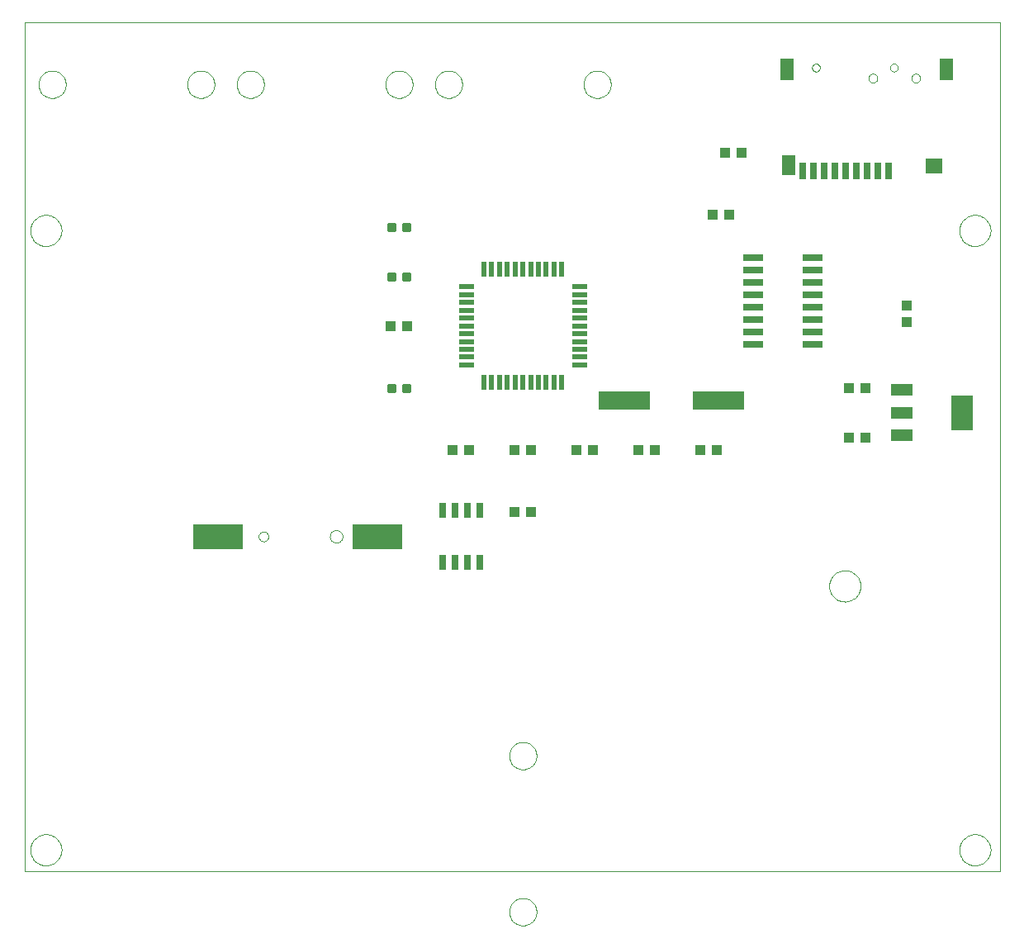
<source format=gbp>
G75*
%MOIN*%
%OFA0B0*%
%FSLAX24Y24*%
%IPPOS*%
%LPD*%
%AMOC8*
5,1,8,0,0,1.08239X$1,22.5*
%
%ADD10C,0.0000*%
%ADD11R,0.0433X0.0394*%
%ADD12C,0.0088*%
%ADD13R,0.0315X0.0709*%
%ADD14R,0.0551X0.0787*%
%ADD15R,0.0551X0.0866*%
%ADD16R,0.0709X0.0630*%
%ADD17R,0.0800X0.0260*%
%ADD18R,0.0880X0.0480*%
%ADD19R,0.0866X0.1417*%
%ADD20R,0.2000X0.1000*%
%ADD21R,0.0250X0.0600*%
%ADD22R,0.0591X0.0197*%
%ADD23R,0.0197X0.0591*%
%ADD24R,0.2100X0.0760*%
%ADD25R,0.0394X0.0433*%
D10*
X008005Y006775D02*
X047375Y006775D01*
X047375Y041025D01*
X008005Y041025D01*
X008005Y006775D01*
X008245Y007625D02*
X008247Y007675D01*
X008253Y007725D01*
X008263Y007774D01*
X008277Y007822D01*
X008294Y007869D01*
X008315Y007914D01*
X008340Y007958D01*
X008368Y007999D01*
X008400Y008038D01*
X008434Y008075D01*
X008471Y008109D01*
X008511Y008139D01*
X008553Y008166D01*
X008597Y008190D01*
X008643Y008211D01*
X008690Y008227D01*
X008738Y008240D01*
X008788Y008249D01*
X008837Y008254D01*
X008888Y008255D01*
X008938Y008252D01*
X008987Y008245D01*
X009036Y008234D01*
X009084Y008219D01*
X009130Y008201D01*
X009175Y008179D01*
X009218Y008153D01*
X009259Y008124D01*
X009298Y008092D01*
X009334Y008057D01*
X009366Y008019D01*
X009396Y007979D01*
X009423Y007936D01*
X009446Y007892D01*
X009465Y007846D01*
X009481Y007798D01*
X009493Y007749D01*
X009501Y007700D01*
X009505Y007650D01*
X009505Y007600D01*
X009501Y007550D01*
X009493Y007501D01*
X009481Y007452D01*
X009465Y007404D01*
X009446Y007358D01*
X009423Y007314D01*
X009396Y007271D01*
X009366Y007231D01*
X009334Y007193D01*
X009298Y007158D01*
X009259Y007126D01*
X009218Y007097D01*
X009175Y007071D01*
X009130Y007049D01*
X009084Y007031D01*
X009036Y007016D01*
X008987Y007005D01*
X008938Y006998D01*
X008888Y006995D01*
X008837Y006996D01*
X008788Y007001D01*
X008738Y007010D01*
X008690Y007023D01*
X008643Y007039D01*
X008597Y007060D01*
X008553Y007084D01*
X008511Y007111D01*
X008471Y007141D01*
X008434Y007175D01*
X008400Y007212D01*
X008368Y007251D01*
X008340Y007292D01*
X008315Y007336D01*
X008294Y007381D01*
X008277Y007428D01*
X008263Y007476D01*
X008253Y007525D01*
X008247Y007575D01*
X008245Y007625D01*
X017461Y020275D02*
X017463Y020302D01*
X017469Y020329D01*
X017478Y020355D01*
X017491Y020379D01*
X017507Y020402D01*
X017526Y020421D01*
X017548Y020438D01*
X017572Y020452D01*
X017597Y020462D01*
X017624Y020469D01*
X017651Y020472D01*
X017679Y020471D01*
X017706Y020466D01*
X017732Y020458D01*
X017756Y020446D01*
X017779Y020430D01*
X017800Y020412D01*
X017817Y020391D01*
X017832Y020367D01*
X017843Y020342D01*
X017851Y020316D01*
X017855Y020289D01*
X017855Y020261D01*
X017851Y020234D01*
X017843Y020208D01*
X017832Y020183D01*
X017817Y020159D01*
X017800Y020138D01*
X017779Y020120D01*
X017757Y020104D01*
X017732Y020092D01*
X017706Y020084D01*
X017679Y020079D01*
X017651Y020078D01*
X017624Y020081D01*
X017597Y020088D01*
X017572Y020098D01*
X017548Y020112D01*
X017526Y020129D01*
X017507Y020148D01*
X017491Y020171D01*
X017478Y020195D01*
X017469Y020221D01*
X017463Y020248D01*
X017461Y020275D01*
X020336Y020275D02*
X020338Y020306D01*
X020344Y020337D01*
X020353Y020367D01*
X020366Y020396D01*
X020383Y020423D01*
X020403Y020447D01*
X020425Y020469D01*
X020451Y020488D01*
X020478Y020504D01*
X020507Y020516D01*
X020537Y020525D01*
X020568Y020530D01*
X020600Y020531D01*
X020631Y020528D01*
X020662Y020521D01*
X020692Y020511D01*
X020720Y020497D01*
X020746Y020479D01*
X020770Y020459D01*
X020791Y020435D01*
X020810Y020410D01*
X020825Y020382D01*
X020836Y020353D01*
X020844Y020322D01*
X020848Y020291D01*
X020848Y020259D01*
X020844Y020228D01*
X020836Y020197D01*
X020825Y020168D01*
X020810Y020140D01*
X020791Y020115D01*
X020770Y020091D01*
X020746Y020071D01*
X020720Y020053D01*
X020692Y020039D01*
X020662Y020029D01*
X020631Y020022D01*
X020600Y020019D01*
X020568Y020020D01*
X020537Y020025D01*
X020507Y020034D01*
X020478Y020046D01*
X020451Y020062D01*
X020425Y020081D01*
X020403Y020103D01*
X020383Y020127D01*
X020366Y020154D01*
X020353Y020183D01*
X020344Y020213D01*
X020338Y020244D01*
X020336Y020275D01*
X027574Y011425D02*
X027576Y011472D01*
X027582Y011518D01*
X027592Y011564D01*
X027605Y011609D01*
X027623Y011652D01*
X027644Y011694D01*
X027668Y011734D01*
X027696Y011771D01*
X027727Y011806D01*
X027761Y011839D01*
X027797Y011868D01*
X027836Y011894D01*
X027877Y011917D01*
X027920Y011936D01*
X027964Y011952D01*
X028009Y011964D01*
X028055Y011972D01*
X028102Y011976D01*
X028148Y011976D01*
X028195Y011972D01*
X028241Y011964D01*
X028286Y011952D01*
X028330Y011936D01*
X028373Y011917D01*
X028414Y011894D01*
X028453Y011868D01*
X028489Y011839D01*
X028523Y011806D01*
X028554Y011771D01*
X028582Y011734D01*
X028606Y011694D01*
X028627Y011652D01*
X028645Y011609D01*
X028658Y011564D01*
X028668Y011518D01*
X028674Y011472D01*
X028676Y011425D01*
X028674Y011378D01*
X028668Y011332D01*
X028658Y011286D01*
X028645Y011241D01*
X028627Y011198D01*
X028606Y011156D01*
X028582Y011116D01*
X028554Y011079D01*
X028523Y011044D01*
X028489Y011011D01*
X028453Y010982D01*
X028414Y010956D01*
X028373Y010933D01*
X028330Y010914D01*
X028286Y010898D01*
X028241Y010886D01*
X028195Y010878D01*
X028148Y010874D01*
X028102Y010874D01*
X028055Y010878D01*
X028009Y010886D01*
X027964Y010898D01*
X027920Y010914D01*
X027877Y010933D01*
X027836Y010956D01*
X027797Y010982D01*
X027761Y011011D01*
X027727Y011044D01*
X027696Y011079D01*
X027668Y011116D01*
X027644Y011156D01*
X027623Y011198D01*
X027605Y011241D01*
X027592Y011286D01*
X027582Y011332D01*
X027576Y011378D01*
X027574Y011425D01*
X027574Y005125D02*
X027576Y005172D01*
X027582Y005218D01*
X027592Y005264D01*
X027605Y005309D01*
X027623Y005352D01*
X027644Y005394D01*
X027668Y005434D01*
X027696Y005471D01*
X027727Y005506D01*
X027761Y005539D01*
X027797Y005568D01*
X027836Y005594D01*
X027877Y005617D01*
X027920Y005636D01*
X027964Y005652D01*
X028009Y005664D01*
X028055Y005672D01*
X028102Y005676D01*
X028148Y005676D01*
X028195Y005672D01*
X028241Y005664D01*
X028286Y005652D01*
X028330Y005636D01*
X028373Y005617D01*
X028414Y005594D01*
X028453Y005568D01*
X028489Y005539D01*
X028523Y005506D01*
X028554Y005471D01*
X028582Y005434D01*
X028606Y005394D01*
X028627Y005352D01*
X028645Y005309D01*
X028658Y005264D01*
X028668Y005218D01*
X028674Y005172D01*
X028676Y005125D01*
X028674Y005078D01*
X028668Y005032D01*
X028658Y004986D01*
X028645Y004941D01*
X028627Y004898D01*
X028606Y004856D01*
X028582Y004816D01*
X028554Y004779D01*
X028523Y004744D01*
X028489Y004711D01*
X028453Y004682D01*
X028414Y004656D01*
X028373Y004633D01*
X028330Y004614D01*
X028286Y004598D01*
X028241Y004586D01*
X028195Y004578D01*
X028148Y004574D01*
X028102Y004574D01*
X028055Y004578D01*
X028009Y004586D01*
X027964Y004598D01*
X027920Y004614D01*
X027877Y004633D01*
X027836Y004656D01*
X027797Y004682D01*
X027761Y004711D01*
X027727Y004744D01*
X027696Y004779D01*
X027668Y004816D01*
X027644Y004856D01*
X027623Y004898D01*
X027605Y004941D01*
X027592Y004986D01*
X027582Y005032D01*
X027576Y005078D01*
X027574Y005125D01*
X040495Y018275D02*
X040497Y018325D01*
X040503Y018375D01*
X040513Y018424D01*
X040527Y018472D01*
X040544Y018519D01*
X040565Y018564D01*
X040590Y018608D01*
X040618Y018649D01*
X040650Y018688D01*
X040684Y018725D01*
X040721Y018759D01*
X040761Y018789D01*
X040803Y018816D01*
X040847Y018840D01*
X040893Y018861D01*
X040940Y018877D01*
X040988Y018890D01*
X041038Y018899D01*
X041087Y018904D01*
X041138Y018905D01*
X041188Y018902D01*
X041237Y018895D01*
X041286Y018884D01*
X041334Y018869D01*
X041380Y018851D01*
X041425Y018829D01*
X041468Y018803D01*
X041509Y018774D01*
X041548Y018742D01*
X041584Y018707D01*
X041616Y018669D01*
X041646Y018629D01*
X041673Y018586D01*
X041696Y018542D01*
X041715Y018496D01*
X041731Y018448D01*
X041743Y018399D01*
X041751Y018350D01*
X041755Y018300D01*
X041755Y018250D01*
X041751Y018200D01*
X041743Y018151D01*
X041731Y018102D01*
X041715Y018054D01*
X041696Y018008D01*
X041673Y017964D01*
X041646Y017921D01*
X041616Y017881D01*
X041584Y017843D01*
X041548Y017808D01*
X041509Y017776D01*
X041468Y017747D01*
X041425Y017721D01*
X041380Y017699D01*
X041334Y017681D01*
X041286Y017666D01*
X041237Y017655D01*
X041188Y017648D01*
X041138Y017645D01*
X041087Y017646D01*
X041038Y017651D01*
X040988Y017660D01*
X040940Y017673D01*
X040893Y017689D01*
X040847Y017710D01*
X040803Y017734D01*
X040761Y017761D01*
X040721Y017791D01*
X040684Y017825D01*
X040650Y017862D01*
X040618Y017901D01*
X040590Y017942D01*
X040565Y017986D01*
X040544Y018031D01*
X040527Y018078D01*
X040513Y018126D01*
X040503Y018175D01*
X040497Y018225D01*
X040495Y018275D01*
X045745Y007625D02*
X045747Y007675D01*
X045753Y007725D01*
X045763Y007774D01*
X045777Y007822D01*
X045794Y007869D01*
X045815Y007914D01*
X045840Y007958D01*
X045868Y007999D01*
X045900Y008038D01*
X045934Y008075D01*
X045971Y008109D01*
X046011Y008139D01*
X046053Y008166D01*
X046097Y008190D01*
X046143Y008211D01*
X046190Y008227D01*
X046238Y008240D01*
X046288Y008249D01*
X046337Y008254D01*
X046388Y008255D01*
X046438Y008252D01*
X046487Y008245D01*
X046536Y008234D01*
X046584Y008219D01*
X046630Y008201D01*
X046675Y008179D01*
X046718Y008153D01*
X046759Y008124D01*
X046798Y008092D01*
X046834Y008057D01*
X046866Y008019D01*
X046896Y007979D01*
X046923Y007936D01*
X046946Y007892D01*
X046965Y007846D01*
X046981Y007798D01*
X046993Y007749D01*
X047001Y007700D01*
X047005Y007650D01*
X047005Y007600D01*
X047001Y007550D01*
X046993Y007501D01*
X046981Y007452D01*
X046965Y007404D01*
X046946Y007358D01*
X046923Y007314D01*
X046896Y007271D01*
X046866Y007231D01*
X046834Y007193D01*
X046798Y007158D01*
X046759Y007126D01*
X046718Y007097D01*
X046675Y007071D01*
X046630Y007049D01*
X046584Y007031D01*
X046536Y007016D01*
X046487Y007005D01*
X046438Y006998D01*
X046388Y006995D01*
X046337Y006996D01*
X046288Y007001D01*
X046238Y007010D01*
X046190Y007023D01*
X046143Y007039D01*
X046097Y007060D01*
X046053Y007084D01*
X046011Y007111D01*
X045971Y007141D01*
X045934Y007175D01*
X045900Y007212D01*
X045868Y007251D01*
X045840Y007292D01*
X045815Y007336D01*
X045794Y007381D01*
X045777Y007428D01*
X045763Y007476D01*
X045753Y007525D01*
X045747Y007575D01*
X045745Y007625D01*
X045745Y032625D02*
X045747Y032675D01*
X045753Y032725D01*
X045763Y032774D01*
X045777Y032822D01*
X045794Y032869D01*
X045815Y032914D01*
X045840Y032958D01*
X045868Y032999D01*
X045900Y033038D01*
X045934Y033075D01*
X045971Y033109D01*
X046011Y033139D01*
X046053Y033166D01*
X046097Y033190D01*
X046143Y033211D01*
X046190Y033227D01*
X046238Y033240D01*
X046288Y033249D01*
X046337Y033254D01*
X046388Y033255D01*
X046438Y033252D01*
X046487Y033245D01*
X046536Y033234D01*
X046584Y033219D01*
X046630Y033201D01*
X046675Y033179D01*
X046718Y033153D01*
X046759Y033124D01*
X046798Y033092D01*
X046834Y033057D01*
X046866Y033019D01*
X046896Y032979D01*
X046923Y032936D01*
X046946Y032892D01*
X046965Y032846D01*
X046981Y032798D01*
X046993Y032749D01*
X047001Y032700D01*
X047005Y032650D01*
X047005Y032600D01*
X047001Y032550D01*
X046993Y032501D01*
X046981Y032452D01*
X046965Y032404D01*
X046946Y032358D01*
X046923Y032314D01*
X046896Y032271D01*
X046866Y032231D01*
X046834Y032193D01*
X046798Y032158D01*
X046759Y032126D01*
X046718Y032097D01*
X046675Y032071D01*
X046630Y032049D01*
X046584Y032031D01*
X046536Y032016D01*
X046487Y032005D01*
X046438Y031998D01*
X046388Y031995D01*
X046337Y031996D01*
X046288Y032001D01*
X046238Y032010D01*
X046190Y032023D01*
X046143Y032039D01*
X046097Y032060D01*
X046053Y032084D01*
X046011Y032111D01*
X045971Y032141D01*
X045934Y032175D01*
X045900Y032212D01*
X045868Y032251D01*
X045840Y032292D01*
X045815Y032336D01*
X045794Y032381D01*
X045777Y032428D01*
X045763Y032476D01*
X045753Y032525D01*
X045747Y032575D01*
X045745Y032625D01*
X043814Y038775D02*
X043816Y038801D01*
X043822Y038827D01*
X043832Y038852D01*
X043845Y038875D01*
X043861Y038895D01*
X043881Y038913D01*
X043903Y038928D01*
X043926Y038940D01*
X043952Y038948D01*
X043978Y038952D01*
X044004Y038952D01*
X044030Y038948D01*
X044056Y038940D01*
X044080Y038928D01*
X044101Y038913D01*
X044121Y038895D01*
X044137Y038875D01*
X044150Y038852D01*
X044160Y038827D01*
X044166Y038801D01*
X044168Y038775D01*
X044166Y038749D01*
X044160Y038723D01*
X044150Y038698D01*
X044137Y038675D01*
X044121Y038655D01*
X044101Y038637D01*
X044079Y038622D01*
X044056Y038610D01*
X044030Y038602D01*
X044004Y038598D01*
X043978Y038598D01*
X043952Y038602D01*
X043926Y038610D01*
X043902Y038622D01*
X043881Y038637D01*
X043861Y038655D01*
X043845Y038675D01*
X043832Y038698D01*
X043822Y038723D01*
X043816Y038749D01*
X043814Y038775D01*
X042950Y039198D02*
X042952Y039223D01*
X042958Y039247D01*
X042967Y039269D01*
X042980Y039290D01*
X042996Y039309D01*
X043015Y039325D01*
X043036Y039338D01*
X043058Y039347D01*
X043082Y039353D01*
X043107Y039355D01*
X043132Y039353D01*
X043156Y039347D01*
X043178Y039338D01*
X043199Y039325D01*
X043218Y039309D01*
X043234Y039290D01*
X043247Y039269D01*
X043256Y039247D01*
X043262Y039223D01*
X043264Y039198D01*
X043262Y039173D01*
X043256Y039149D01*
X043247Y039127D01*
X043234Y039106D01*
X043218Y039087D01*
X043199Y039071D01*
X043178Y039058D01*
X043156Y039049D01*
X043132Y039043D01*
X043107Y039041D01*
X043082Y039043D01*
X043058Y039049D01*
X043036Y039058D01*
X043015Y039071D01*
X042996Y039087D01*
X042980Y039106D01*
X042967Y039127D01*
X042958Y039149D01*
X042952Y039173D01*
X042950Y039198D01*
X042082Y038775D02*
X042084Y038801D01*
X042090Y038827D01*
X042100Y038852D01*
X042113Y038875D01*
X042129Y038895D01*
X042149Y038913D01*
X042171Y038928D01*
X042194Y038940D01*
X042220Y038948D01*
X042246Y038952D01*
X042272Y038952D01*
X042298Y038948D01*
X042324Y038940D01*
X042348Y038928D01*
X042369Y038913D01*
X042389Y038895D01*
X042405Y038875D01*
X042418Y038852D01*
X042428Y038827D01*
X042434Y038801D01*
X042436Y038775D01*
X042434Y038749D01*
X042428Y038723D01*
X042418Y038698D01*
X042405Y038675D01*
X042389Y038655D01*
X042369Y038637D01*
X042347Y038622D01*
X042324Y038610D01*
X042298Y038602D01*
X042272Y038598D01*
X042246Y038598D01*
X042220Y038602D01*
X042194Y038610D01*
X042170Y038622D01*
X042149Y038637D01*
X042129Y038655D01*
X042113Y038675D01*
X042100Y038698D01*
X042090Y038723D01*
X042084Y038749D01*
X042082Y038775D01*
X039801Y039198D02*
X039803Y039223D01*
X039809Y039247D01*
X039818Y039269D01*
X039831Y039290D01*
X039847Y039309D01*
X039866Y039325D01*
X039887Y039338D01*
X039909Y039347D01*
X039933Y039353D01*
X039958Y039355D01*
X039983Y039353D01*
X040007Y039347D01*
X040029Y039338D01*
X040050Y039325D01*
X040069Y039309D01*
X040085Y039290D01*
X040098Y039269D01*
X040107Y039247D01*
X040113Y039223D01*
X040115Y039198D01*
X040113Y039173D01*
X040107Y039149D01*
X040098Y039127D01*
X040085Y039106D01*
X040069Y039087D01*
X040050Y039071D01*
X040029Y039058D01*
X040007Y039049D01*
X039983Y039043D01*
X039958Y039041D01*
X039933Y039043D01*
X039909Y039049D01*
X039887Y039058D01*
X039866Y039071D01*
X039847Y039087D01*
X039831Y039106D01*
X039818Y039127D01*
X039809Y039149D01*
X039803Y039173D01*
X039801Y039198D01*
X030575Y038525D02*
X030577Y038572D01*
X030583Y038618D01*
X030593Y038664D01*
X030606Y038708D01*
X030624Y038752D01*
X030645Y038793D01*
X030669Y038833D01*
X030697Y038871D01*
X030728Y038906D01*
X030762Y038938D01*
X030798Y038967D01*
X030837Y038993D01*
X030877Y039016D01*
X030920Y039035D01*
X030964Y039051D01*
X031009Y039063D01*
X031055Y039071D01*
X031102Y039075D01*
X031148Y039075D01*
X031195Y039071D01*
X031241Y039063D01*
X031286Y039051D01*
X031330Y039035D01*
X031373Y039016D01*
X031413Y038993D01*
X031452Y038967D01*
X031488Y038938D01*
X031522Y038906D01*
X031553Y038871D01*
X031581Y038833D01*
X031605Y038793D01*
X031626Y038752D01*
X031644Y038708D01*
X031657Y038664D01*
X031667Y038618D01*
X031673Y038572D01*
X031675Y038525D01*
X031673Y038478D01*
X031667Y038432D01*
X031657Y038386D01*
X031644Y038342D01*
X031626Y038298D01*
X031605Y038257D01*
X031581Y038217D01*
X031553Y038179D01*
X031522Y038144D01*
X031488Y038112D01*
X031452Y038083D01*
X031413Y038057D01*
X031373Y038034D01*
X031330Y038015D01*
X031286Y037999D01*
X031241Y037987D01*
X031195Y037979D01*
X031148Y037975D01*
X031102Y037975D01*
X031055Y037979D01*
X031009Y037987D01*
X030964Y037999D01*
X030920Y038015D01*
X030877Y038034D01*
X030837Y038057D01*
X030798Y038083D01*
X030762Y038112D01*
X030728Y038144D01*
X030697Y038179D01*
X030669Y038217D01*
X030645Y038257D01*
X030624Y038298D01*
X030606Y038342D01*
X030593Y038386D01*
X030583Y038432D01*
X030577Y038478D01*
X030575Y038525D01*
X024575Y038525D02*
X024577Y038572D01*
X024583Y038618D01*
X024593Y038664D01*
X024606Y038708D01*
X024624Y038752D01*
X024645Y038793D01*
X024669Y038833D01*
X024697Y038871D01*
X024728Y038906D01*
X024762Y038938D01*
X024798Y038967D01*
X024837Y038993D01*
X024877Y039016D01*
X024920Y039035D01*
X024964Y039051D01*
X025009Y039063D01*
X025055Y039071D01*
X025102Y039075D01*
X025148Y039075D01*
X025195Y039071D01*
X025241Y039063D01*
X025286Y039051D01*
X025330Y039035D01*
X025373Y039016D01*
X025413Y038993D01*
X025452Y038967D01*
X025488Y038938D01*
X025522Y038906D01*
X025553Y038871D01*
X025581Y038833D01*
X025605Y038793D01*
X025626Y038752D01*
X025644Y038708D01*
X025657Y038664D01*
X025667Y038618D01*
X025673Y038572D01*
X025675Y038525D01*
X025673Y038478D01*
X025667Y038432D01*
X025657Y038386D01*
X025644Y038342D01*
X025626Y038298D01*
X025605Y038257D01*
X025581Y038217D01*
X025553Y038179D01*
X025522Y038144D01*
X025488Y038112D01*
X025452Y038083D01*
X025413Y038057D01*
X025373Y038034D01*
X025330Y038015D01*
X025286Y037999D01*
X025241Y037987D01*
X025195Y037979D01*
X025148Y037975D01*
X025102Y037975D01*
X025055Y037979D01*
X025009Y037987D01*
X024964Y037999D01*
X024920Y038015D01*
X024877Y038034D01*
X024837Y038057D01*
X024798Y038083D01*
X024762Y038112D01*
X024728Y038144D01*
X024697Y038179D01*
X024669Y038217D01*
X024645Y038257D01*
X024624Y038298D01*
X024606Y038342D01*
X024593Y038386D01*
X024583Y038432D01*
X024577Y038478D01*
X024575Y038525D01*
X022575Y038525D02*
X022577Y038572D01*
X022583Y038618D01*
X022593Y038664D01*
X022606Y038708D01*
X022624Y038752D01*
X022645Y038793D01*
X022669Y038833D01*
X022697Y038871D01*
X022728Y038906D01*
X022762Y038938D01*
X022798Y038967D01*
X022837Y038993D01*
X022877Y039016D01*
X022920Y039035D01*
X022964Y039051D01*
X023009Y039063D01*
X023055Y039071D01*
X023102Y039075D01*
X023148Y039075D01*
X023195Y039071D01*
X023241Y039063D01*
X023286Y039051D01*
X023330Y039035D01*
X023373Y039016D01*
X023413Y038993D01*
X023452Y038967D01*
X023488Y038938D01*
X023522Y038906D01*
X023553Y038871D01*
X023581Y038833D01*
X023605Y038793D01*
X023626Y038752D01*
X023644Y038708D01*
X023657Y038664D01*
X023667Y038618D01*
X023673Y038572D01*
X023675Y038525D01*
X023673Y038478D01*
X023667Y038432D01*
X023657Y038386D01*
X023644Y038342D01*
X023626Y038298D01*
X023605Y038257D01*
X023581Y038217D01*
X023553Y038179D01*
X023522Y038144D01*
X023488Y038112D01*
X023452Y038083D01*
X023413Y038057D01*
X023373Y038034D01*
X023330Y038015D01*
X023286Y037999D01*
X023241Y037987D01*
X023195Y037979D01*
X023148Y037975D01*
X023102Y037975D01*
X023055Y037979D01*
X023009Y037987D01*
X022964Y037999D01*
X022920Y038015D01*
X022877Y038034D01*
X022837Y038057D01*
X022798Y038083D01*
X022762Y038112D01*
X022728Y038144D01*
X022697Y038179D01*
X022669Y038217D01*
X022645Y038257D01*
X022624Y038298D01*
X022606Y038342D01*
X022593Y038386D01*
X022583Y038432D01*
X022577Y038478D01*
X022575Y038525D01*
X016575Y038525D02*
X016577Y038572D01*
X016583Y038618D01*
X016593Y038664D01*
X016606Y038708D01*
X016624Y038752D01*
X016645Y038793D01*
X016669Y038833D01*
X016697Y038871D01*
X016728Y038906D01*
X016762Y038938D01*
X016798Y038967D01*
X016837Y038993D01*
X016877Y039016D01*
X016920Y039035D01*
X016964Y039051D01*
X017009Y039063D01*
X017055Y039071D01*
X017102Y039075D01*
X017148Y039075D01*
X017195Y039071D01*
X017241Y039063D01*
X017286Y039051D01*
X017330Y039035D01*
X017373Y039016D01*
X017413Y038993D01*
X017452Y038967D01*
X017488Y038938D01*
X017522Y038906D01*
X017553Y038871D01*
X017581Y038833D01*
X017605Y038793D01*
X017626Y038752D01*
X017644Y038708D01*
X017657Y038664D01*
X017667Y038618D01*
X017673Y038572D01*
X017675Y038525D01*
X017673Y038478D01*
X017667Y038432D01*
X017657Y038386D01*
X017644Y038342D01*
X017626Y038298D01*
X017605Y038257D01*
X017581Y038217D01*
X017553Y038179D01*
X017522Y038144D01*
X017488Y038112D01*
X017452Y038083D01*
X017413Y038057D01*
X017373Y038034D01*
X017330Y038015D01*
X017286Y037999D01*
X017241Y037987D01*
X017195Y037979D01*
X017148Y037975D01*
X017102Y037975D01*
X017055Y037979D01*
X017009Y037987D01*
X016964Y037999D01*
X016920Y038015D01*
X016877Y038034D01*
X016837Y038057D01*
X016798Y038083D01*
X016762Y038112D01*
X016728Y038144D01*
X016697Y038179D01*
X016669Y038217D01*
X016645Y038257D01*
X016624Y038298D01*
X016606Y038342D01*
X016593Y038386D01*
X016583Y038432D01*
X016577Y038478D01*
X016575Y038525D01*
X014575Y038525D02*
X014577Y038572D01*
X014583Y038618D01*
X014593Y038664D01*
X014606Y038708D01*
X014624Y038752D01*
X014645Y038793D01*
X014669Y038833D01*
X014697Y038871D01*
X014728Y038906D01*
X014762Y038938D01*
X014798Y038967D01*
X014837Y038993D01*
X014877Y039016D01*
X014920Y039035D01*
X014964Y039051D01*
X015009Y039063D01*
X015055Y039071D01*
X015102Y039075D01*
X015148Y039075D01*
X015195Y039071D01*
X015241Y039063D01*
X015286Y039051D01*
X015330Y039035D01*
X015373Y039016D01*
X015413Y038993D01*
X015452Y038967D01*
X015488Y038938D01*
X015522Y038906D01*
X015553Y038871D01*
X015581Y038833D01*
X015605Y038793D01*
X015626Y038752D01*
X015644Y038708D01*
X015657Y038664D01*
X015667Y038618D01*
X015673Y038572D01*
X015675Y038525D01*
X015673Y038478D01*
X015667Y038432D01*
X015657Y038386D01*
X015644Y038342D01*
X015626Y038298D01*
X015605Y038257D01*
X015581Y038217D01*
X015553Y038179D01*
X015522Y038144D01*
X015488Y038112D01*
X015452Y038083D01*
X015413Y038057D01*
X015373Y038034D01*
X015330Y038015D01*
X015286Y037999D01*
X015241Y037987D01*
X015195Y037979D01*
X015148Y037975D01*
X015102Y037975D01*
X015055Y037979D01*
X015009Y037987D01*
X014964Y037999D01*
X014920Y038015D01*
X014877Y038034D01*
X014837Y038057D01*
X014798Y038083D01*
X014762Y038112D01*
X014728Y038144D01*
X014697Y038179D01*
X014669Y038217D01*
X014645Y038257D01*
X014624Y038298D01*
X014606Y038342D01*
X014593Y038386D01*
X014583Y038432D01*
X014577Y038478D01*
X014575Y038525D01*
X008575Y038525D02*
X008577Y038572D01*
X008583Y038618D01*
X008593Y038664D01*
X008606Y038708D01*
X008624Y038752D01*
X008645Y038793D01*
X008669Y038833D01*
X008697Y038871D01*
X008728Y038906D01*
X008762Y038938D01*
X008798Y038967D01*
X008837Y038993D01*
X008877Y039016D01*
X008920Y039035D01*
X008964Y039051D01*
X009009Y039063D01*
X009055Y039071D01*
X009102Y039075D01*
X009148Y039075D01*
X009195Y039071D01*
X009241Y039063D01*
X009286Y039051D01*
X009330Y039035D01*
X009373Y039016D01*
X009413Y038993D01*
X009452Y038967D01*
X009488Y038938D01*
X009522Y038906D01*
X009553Y038871D01*
X009581Y038833D01*
X009605Y038793D01*
X009626Y038752D01*
X009644Y038708D01*
X009657Y038664D01*
X009667Y038618D01*
X009673Y038572D01*
X009675Y038525D01*
X009673Y038478D01*
X009667Y038432D01*
X009657Y038386D01*
X009644Y038342D01*
X009626Y038298D01*
X009605Y038257D01*
X009581Y038217D01*
X009553Y038179D01*
X009522Y038144D01*
X009488Y038112D01*
X009452Y038083D01*
X009413Y038057D01*
X009373Y038034D01*
X009330Y038015D01*
X009286Y037999D01*
X009241Y037987D01*
X009195Y037979D01*
X009148Y037975D01*
X009102Y037975D01*
X009055Y037979D01*
X009009Y037987D01*
X008964Y037999D01*
X008920Y038015D01*
X008877Y038034D01*
X008837Y038057D01*
X008798Y038083D01*
X008762Y038112D01*
X008728Y038144D01*
X008697Y038179D01*
X008669Y038217D01*
X008645Y038257D01*
X008624Y038298D01*
X008606Y038342D01*
X008593Y038386D01*
X008583Y038432D01*
X008577Y038478D01*
X008575Y038525D01*
X008245Y032625D02*
X008247Y032675D01*
X008253Y032725D01*
X008263Y032774D01*
X008277Y032822D01*
X008294Y032869D01*
X008315Y032914D01*
X008340Y032958D01*
X008368Y032999D01*
X008400Y033038D01*
X008434Y033075D01*
X008471Y033109D01*
X008511Y033139D01*
X008553Y033166D01*
X008597Y033190D01*
X008643Y033211D01*
X008690Y033227D01*
X008738Y033240D01*
X008788Y033249D01*
X008837Y033254D01*
X008888Y033255D01*
X008938Y033252D01*
X008987Y033245D01*
X009036Y033234D01*
X009084Y033219D01*
X009130Y033201D01*
X009175Y033179D01*
X009218Y033153D01*
X009259Y033124D01*
X009298Y033092D01*
X009334Y033057D01*
X009366Y033019D01*
X009396Y032979D01*
X009423Y032936D01*
X009446Y032892D01*
X009465Y032846D01*
X009481Y032798D01*
X009493Y032749D01*
X009501Y032700D01*
X009505Y032650D01*
X009505Y032600D01*
X009501Y032550D01*
X009493Y032501D01*
X009481Y032452D01*
X009465Y032404D01*
X009446Y032358D01*
X009423Y032314D01*
X009396Y032271D01*
X009366Y032231D01*
X009334Y032193D01*
X009298Y032158D01*
X009259Y032126D01*
X009218Y032097D01*
X009175Y032071D01*
X009130Y032049D01*
X009084Y032031D01*
X009036Y032016D01*
X008987Y032005D01*
X008938Y031998D01*
X008888Y031995D01*
X008837Y031996D01*
X008788Y032001D01*
X008738Y032010D01*
X008690Y032023D01*
X008643Y032039D01*
X008597Y032060D01*
X008553Y032084D01*
X008511Y032111D01*
X008471Y032141D01*
X008434Y032175D01*
X008400Y032212D01*
X008368Y032251D01*
X008340Y032292D01*
X008315Y032336D01*
X008294Y032381D01*
X008277Y032428D01*
X008263Y032476D01*
X008253Y032525D01*
X008247Y032575D01*
X008245Y032625D01*
D11*
X022790Y028775D03*
X023460Y028775D03*
X025290Y023775D03*
X025960Y023775D03*
X027790Y023775D03*
X028460Y023775D03*
X030290Y023775D03*
X030960Y023775D03*
X032790Y023775D03*
X033460Y023775D03*
X035290Y023775D03*
X035960Y023775D03*
X041290Y024275D03*
X041960Y024275D03*
X041960Y026275D03*
X041290Y026275D03*
X036460Y033275D03*
X035790Y033275D03*
X036290Y035775D03*
X036960Y035775D03*
X028460Y021275D03*
X027790Y021275D03*
D12*
X023556Y026406D02*
X023294Y026406D01*
X023556Y026406D02*
X023556Y026144D01*
X023294Y026144D01*
X023294Y026406D01*
X023294Y026231D02*
X023556Y026231D01*
X023556Y026318D02*
X023294Y026318D01*
X023294Y026405D02*
X023556Y026405D01*
X022956Y026406D02*
X022694Y026406D01*
X022956Y026406D02*
X022956Y026144D01*
X022694Y026144D01*
X022694Y026406D01*
X022694Y026231D02*
X022956Y026231D01*
X022956Y026318D02*
X022694Y026318D01*
X022694Y026405D02*
X022956Y026405D01*
X022956Y030644D02*
X022694Y030644D01*
X022694Y030906D01*
X022956Y030906D01*
X022956Y030644D01*
X022956Y030731D02*
X022694Y030731D01*
X022694Y030818D02*
X022956Y030818D01*
X022956Y030905D02*
X022694Y030905D01*
X023294Y030644D02*
X023556Y030644D01*
X023294Y030644D02*
X023294Y030906D01*
X023556Y030906D01*
X023556Y030644D01*
X023556Y030731D02*
X023294Y030731D01*
X023294Y030818D02*
X023556Y030818D01*
X023556Y030905D02*
X023294Y030905D01*
X023294Y032644D02*
X023556Y032644D01*
X023294Y032644D02*
X023294Y032906D01*
X023556Y032906D01*
X023556Y032644D01*
X023556Y032731D02*
X023294Y032731D01*
X023294Y032818D02*
X023556Y032818D01*
X023556Y032905D02*
X023294Y032905D01*
X022956Y032644D02*
X022694Y032644D01*
X022694Y032906D01*
X022956Y032906D01*
X022956Y032644D01*
X022956Y032731D02*
X022694Y032731D01*
X022694Y032818D02*
X022956Y032818D01*
X022956Y032905D02*
X022694Y032905D01*
D13*
X039426Y035025D03*
X039859Y035025D03*
X040292Y035025D03*
X040725Y035025D03*
X041158Y035025D03*
X041592Y035025D03*
X042025Y035025D03*
X042458Y035025D03*
X042891Y035025D03*
D14*
X038855Y035261D03*
D15*
X038796Y039139D03*
X045214Y039139D03*
D16*
X044721Y035222D03*
D17*
X039835Y031525D03*
X039835Y031025D03*
X039835Y030525D03*
X039835Y030025D03*
X039835Y029525D03*
X039835Y029025D03*
X039835Y028525D03*
X039835Y028025D03*
X037415Y028025D03*
X037415Y028525D03*
X037415Y029025D03*
X037415Y029525D03*
X037415Y030025D03*
X037415Y030525D03*
X037415Y031025D03*
X037415Y031525D03*
D18*
X043405Y026185D03*
X043405Y025275D03*
X043405Y024365D03*
D19*
X045845Y025275D03*
D20*
X022265Y020275D03*
X015808Y020275D03*
D21*
X024875Y019225D03*
X025375Y019225D03*
X025875Y019225D03*
X026375Y019225D03*
X026375Y021325D03*
X025875Y021325D03*
X025375Y021325D03*
X024875Y021325D03*
D22*
X025842Y027200D03*
X025842Y027515D03*
X025842Y027830D03*
X025842Y028145D03*
X025842Y028460D03*
X025842Y028775D03*
X025842Y029090D03*
X025842Y029405D03*
X025842Y029720D03*
X025842Y030035D03*
X025842Y030350D03*
X030408Y030350D03*
X030408Y030035D03*
X030408Y029720D03*
X030408Y029405D03*
X030408Y029090D03*
X030408Y028775D03*
X030408Y028460D03*
X030408Y028145D03*
X030408Y027830D03*
X030408Y027515D03*
X030408Y027200D03*
D23*
X029700Y026492D03*
X029385Y026492D03*
X029070Y026492D03*
X028755Y026492D03*
X028440Y026492D03*
X028125Y026492D03*
X027810Y026492D03*
X027495Y026492D03*
X027180Y026492D03*
X026865Y026492D03*
X026550Y026492D03*
X026550Y031058D03*
X026865Y031058D03*
X027180Y031058D03*
X027495Y031058D03*
X027810Y031058D03*
X028125Y031058D03*
X028440Y031058D03*
X028755Y031058D03*
X029070Y031058D03*
X029385Y031058D03*
X029700Y031058D03*
D24*
X032225Y025775D03*
X036025Y025775D03*
D25*
X043625Y028940D03*
X043625Y029610D03*
M02*

</source>
